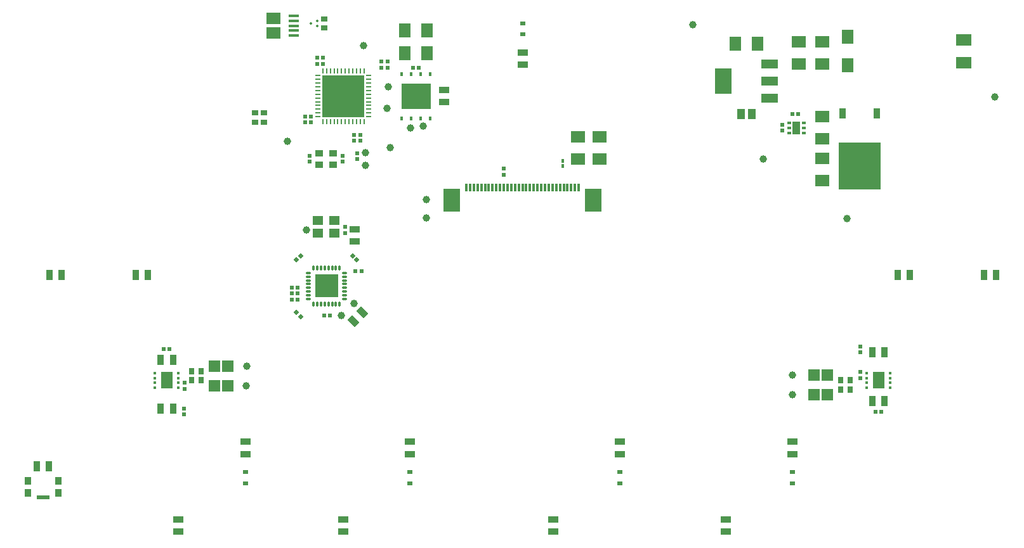
<source format=gtp>
G04*
G04 #@! TF.GenerationSoftware,Altium Limited,Altium Designer,24.5.2 (23)*
G04*
G04 Layer_Color=8421504*
%FSLAX44Y44*%
%MOMM*%
G71*
G04*
G04 #@! TF.SameCoordinates,4DB407A0-4691-4D8C-B920-06E893975E0B*
G04*
G04*
G04 #@! TF.FilePolarity,Positive*
G04*
G01*
G75*
%ADD14R,1.7000X0.5500*%
%ADD15R,0.9000X1.0000*%
%ADD16O,0.8000X0.3000*%
%ADD17O,0.3000X0.8000*%
%ADD18R,3.1500X3.1500*%
%ADD19R,0.8500X1.3500*%
%ADD20R,5.5500X6.3000*%
%ADD21R,0.9000X1.4500*%
%ADD22R,1.0100X1.7000*%
%ADD23R,0.5250X0.3500*%
%ADD24R,1.5500X1.5500*%
%ADD25R,1.5000X2.3000*%
%ADD26R,0.4000X0.3000*%
%ADD27R,5.6000X5.6000*%
%ADD28O,0.7500X0.2500*%
%ADD29O,0.2500X0.7500*%
%ADD30C,1.0000*%
%ADD31R,1.4000X1.2000*%
%ADD32R,0.5200X0.5600*%
%ADD33R,0.5600X0.5200*%
G04:AMPARAMS|DCode=34|XSize=0.52mm|YSize=0.56mm|CornerRadius=0mm|HoleSize=0mm|Usage=FLASHONLY|Rotation=315.000|XOffset=0mm|YOffset=0mm|HoleType=Round|Shape=Rectangle|*
%AMROTATEDRECTD34*
4,1,4,-0.3818,-0.0141,0.0141,0.3818,0.3818,0.0141,-0.0141,-0.3818,-0.3818,-0.0141,0.0*
%
%ADD34ROTATEDRECTD34*%

G04:AMPARAMS|DCode=35|XSize=0.52mm|YSize=0.56mm|CornerRadius=0mm|HoleSize=0mm|Usage=FLASHONLY|Rotation=45.000|XOffset=0mm|YOffset=0mm|HoleType=Round|Shape=Rectangle|*
%AMROTATEDRECTD35*
4,1,4,0.0141,-0.3818,-0.3818,0.0141,-0.0141,0.3818,0.3818,-0.0141,0.0141,-0.3818,0.0*
%
%ADD35ROTATEDRECTD35*%

%ADD36R,1.5055X1.8582*%
%ADD37R,4.0000X3.4000*%
%ADD38R,0.4500X0.5500*%
%ADD39R,0.6500X0.6000*%
%ADD40R,1.8582X1.5055*%
%ADD41R,0.3000X1.1000*%
%ADD42R,2.3000X3.1000*%
G04:AMPARAMS|DCode=43|XSize=0.3mm|YSize=0.3mm|CornerRadius=0.0495mm|HoleSize=0mm|Usage=FLASHONLY|Rotation=90.000|XOffset=0mm|YOffset=0mm|HoleType=Round|Shape=RoundedRectangle|*
%AMROUNDEDRECTD43*
21,1,0.3000,0.2010,0,0,90.0*
21,1,0.2010,0.3000,0,0,90.0*
1,1,0.0990,0.1005,0.1005*
1,1,0.0990,0.1005,-0.1005*
1,1,0.0990,-0.1005,-0.1005*
1,1,0.0990,-0.1005,0.1005*
%
%ADD43ROUNDEDRECTD43*%
%ADD44R,0.8500X0.7500*%
%ADD45R,1.3500X0.4000*%
%ADD46R,1.9000X1.5000*%
%ADD47R,1.3500X0.8500*%
G04:AMPARAMS|DCode=48|XSize=1.35mm|YSize=0.85mm|CornerRadius=0mm|HoleSize=0mm|Usage=FLASHONLY|Rotation=315.000|XOffset=0mm|YOffset=0mm|HoleType=Round|Shape=Rectangle|*
%AMROTATEDRECTD48*
4,1,4,-0.7778,0.1768,-0.1768,0.7778,0.7778,-0.1768,0.1768,-0.7778,-0.7778,0.1768,0.0*
%
%ADD48ROTATEDRECTD48*%

%ADD49R,2.0300X1.5200*%
%ADD50R,1.6500X1.9000*%
%ADD51R,2.2000X3.5000*%
%ADD52R,2.2000X1.2000*%
%ADD53R,1.0500X1.3500*%
%ADD54R,1.0000X0.9000*%
%ADD55R,0.4500X0.5000*%
%ADD56R,0.7500X0.8500*%
D14*
X60250Y243750D02*
D03*
D15*
X80750Y250000D02*
D03*
Y266000D02*
D03*
X39750D02*
D03*
Y250000D02*
D03*
D16*
X414350Y543750D02*
D03*
Y538750D02*
D03*
Y533750D02*
D03*
Y528750D02*
D03*
Y523750D02*
D03*
Y518750D02*
D03*
Y513750D02*
D03*
Y508750D02*
D03*
X462650D02*
D03*
Y513750D02*
D03*
Y518750D02*
D03*
Y523750D02*
D03*
Y528750D02*
D03*
Y533750D02*
D03*
Y538750D02*
D03*
Y543750D02*
D03*
D17*
X421000Y502100D02*
D03*
X426000D02*
D03*
X431000D02*
D03*
X436000D02*
D03*
X441000D02*
D03*
X446000D02*
D03*
X451000D02*
D03*
X456000D02*
D03*
Y550400D02*
D03*
X451000D02*
D03*
X446000D02*
D03*
X441000D02*
D03*
X436000D02*
D03*
X431000D02*
D03*
X426000D02*
D03*
X421000D02*
D03*
D18*
X438500Y526250D02*
D03*
D19*
X51750Y285000D02*
D03*
X68250D02*
D03*
X1166750Y372250D02*
D03*
X1183250D02*
D03*
X233500Y427750D02*
D03*
X217000D02*
D03*
Y362250D02*
D03*
X233500D02*
D03*
X85250Y541000D02*
D03*
X68750D02*
D03*
X183750D02*
D03*
X200250D02*
D03*
X1217250D02*
D03*
X1200750D02*
D03*
X1315750D02*
D03*
X1332250D02*
D03*
X1166750Y437750D02*
D03*
X1183250D02*
D03*
D20*
X1150000Y687000D02*
D03*
D21*
X1127200Y757000D02*
D03*
X1172800D02*
D03*
D22*
X1065400Y737500D02*
D03*
D23*
X1075150Y744000D02*
D03*
Y737500D02*
D03*
Y731000D02*
D03*
X1055650D02*
D03*
Y737500D02*
D03*
Y744000D02*
D03*
D24*
X307000Y419000D02*
D03*
X289000D02*
D03*
X1089000Y381000D02*
D03*
X1107000D02*
D03*
X307000Y393000D02*
D03*
X289000D02*
D03*
X1089000Y407000D02*
D03*
X1107000D02*
D03*
D25*
X225000Y400000D02*
D03*
X1175000D02*
D03*
D26*
X209500Y390250D02*
D03*
Y396750D02*
D03*
Y403250D02*
D03*
Y409750D02*
D03*
X240500D02*
D03*
Y403250D02*
D03*
Y396750D02*
D03*
Y390250D02*
D03*
X1190500Y409750D02*
D03*
Y403250D02*
D03*
Y396750D02*
D03*
Y390250D02*
D03*
X1159500D02*
D03*
Y396750D02*
D03*
Y403250D02*
D03*
Y409750D02*
D03*
D27*
X461000Y780000D02*
D03*
D28*
X427250Y752500D02*
D03*
Y757500D02*
D03*
Y762500D02*
D03*
Y767500D02*
D03*
Y772500D02*
D03*
Y777500D02*
D03*
Y782500D02*
D03*
Y787500D02*
D03*
Y792500D02*
D03*
Y797500D02*
D03*
Y802500D02*
D03*
Y807500D02*
D03*
X494750D02*
D03*
Y802500D02*
D03*
Y797500D02*
D03*
Y792500D02*
D03*
Y787500D02*
D03*
Y782500D02*
D03*
Y777500D02*
D03*
Y772500D02*
D03*
Y767500D02*
D03*
Y762500D02*
D03*
Y757500D02*
D03*
Y752500D02*
D03*
D29*
X433500Y813750D02*
D03*
X438500D02*
D03*
X443500D02*
D03*
X448500D02*
D03*
X453500D02*
D03*
X458500D02*
D03*
X463500D02*
D03*
X468500D02*
D03*
X473500D02*
D03*
X478500D02*
D03*
X483500D02*
D03*
X488500D02*
D03*
Y746250D02*
D03*
X483500D02*
D03*
X478500D02*
D03*
X473500D02*
D03*
X468500D02*
D03*
X463500D02*
D03*
X458500D02*
D03*
X453500D02*
D03*
X448500D02*
D03*
X443500D02*
D03*
X438500D02*
D03*
X433500D02*
D03*
D30*
X523250Y711500D02*
D03*
X488250Y847500D02*
D03*
X521000Y792000D02*
D03*
X519000Y764000D02*
D03*
X550325Y737325D02*
D03*
X567175Y739875D02*
D03*
X386000Y720000D02*
D03*
X490000Y687750D02*
D03*
Y704000D02*
D03*
X1133000Y616000D02*
D03*
X1330000Y779000D02*
D03*
X927000Y875000D02*
D03*
X1021000Y696000D02*
D03*
X572000Y617000D02*
D03*
Y642000D02*
D03*
X331000Y393000D02*
D03*
X411250Y601250D02*
D03*
X332000Y419000D02*
D03*
X475000Y503000D02*
D03*
X1060000Y407000D02*
D03*
X458000Y487000D02*
D03*
X1060000Y381000D02*
D03*
D31*
X449000Y613750D02*
D03*
X427000D02*
D03*
X449000Y596750D02*
D03*
X427000D02*
D03*
D32*
X511750Y825900D02*
D03*
Y818100D02*
D03*
X520250Y825900D02*
D03*
Y818100D02*
D03*
X410000Y745100D02*
D03*
Y752900D02*
D03*
X418000Y745100D02*
D03*
Y752900D02*
D03*
X483250Y720100D02*
D03*
Y727900D02*
D03*
X475250Y720100D02*
D03*
Y727900D02*
D03*
X479000Y703900D02*
D03*
Y696100D02*
D03*
X460000Y699900D02*
D03*
Y692100D02*
D03*
X416000Y692100D02*
D03*
Y699900D02*
D03*
X463000Y604900D02*
D03*
Y597100D02*
D03*
X248500Y354350D02*
D03*
Y362150D02*
D03*
X248750Y396650D02*
D03*
Y388850D02*
D03*
X675000Y682900D02*
D03*
Y675100D02*
D03*
X1047000Y741400D02*
D03*
Y733600D02*
D03*
X1151000Y437850D02*
D03*
Y445650D02*
D03*
Y403350D02*
D03*
Y411150D02*
D03*
D33*
X561900Y818000D02*
D03*
X554100D02*
D03*
X477100Y546000D02*
D03*
X484900D02*
D03*
X399900Y516000D02*
D03*
X392100D02*
D03*
X399900Y524000D02*
D03*
X392100D02*
D03*
X399900Y508000D02*
D03*
X392100D02*
D03*
X435100Y487000D02*
D03*
X442900D02*
D03*
X221350Y441750D02*
D03*
X229150D02*
D03*
X1067900Y756000D02*
D03*
X1060100D02*
D03*
X1171100Y358000D02*
D03*
X1178900D02*
D03*
X426100Y823000D02*
D03*
X433900D02*
D03*
X426100Y831000D02*
D03*
X433900D02*
D03*
D34*
X403758Y566758D02*
D03*
X398242Y561242D02*
D03*
D35*
X478758D02*
D03*
X473242Y566758D02*
D03*
X398242Y490758D02*
D03*
X403758Y485242D02*
D03*
D36*
X984236Y850000D02*
D03*
X1013764D02*
D03*
X543236Y837000D02*
D03*
X572764D02*
D03*
X543236Y867500D02*
D03*
X572764D02*
D03*
D37*
X558000Y780000D02*
D03*
D38*
X538950Y809750D02*
D03*
X551650D02*
D03*
X564350D02*
D03*
X577050D02*
D03*
Y750250D02*
D03*
X564350D02*
D03*
X551650D02*
D03*
X538950D02*
D03*
D39*
X330000Y262750D02*
D03*
Y277250D02*
D03*
X550000Y262750D02*
D03*
Y277250D02*
D03*
X700000Y862750D02*
D03*
Y877250D02*
D03*
X1060000Y277250D02*
D03*
Y262750D02*
D03*
X830000Y277250D02*
D03*
Y262750D02*
D03*
D40*
X774000Y725764D02*
D03*
Y696236D02*
D03*
X1100000Y667236D02*
D03*
Y696764D02*
D03*
Y752764D02*
D03*
Y723236D02*
D03*
X1099916Y823236D02*
D03*
Y852764D02*
D03*
X1068281Y823033D02*
D03*
Y852561D02*
D03*
X803000Y696236D02*
D03*
Y725764D02*
D03*
D41*
X700000Y658000D02*
D03*
X705000D02*
D03*
X695000D02*
D03*
X690000D02*
D03*
X685000D02*
D03*
X680000D02*
D03*
X675000D02*
D03*
X670000D02*
D03*
X665000D02*
D03*
X660000D02*
D03*
X655000D02*
D03*
X650000D02*
D03*
X645000D02*
D03*
X640000D02*
D03*
X635000D02*
D03*
X630000D02*
D03*
X625000D02*
D03*
X710000D02*
D03*
X715000D02*
D03*
X720000D02*
D03*
X725000D02*
D03*
X730000D02*
D03*
X735000D02*
D03*
X740000D02*
D03*
X745000D02*
D03*
X750000D02*
D03*
X755000D02*
D03*
X760000D02*
D03*
X765000D02*
D03*
X770000D02*
D03*
X775000D02*
D03*
D42*
X605800Y641000D02*
D03*
X794200D02*
D03*
D43*
X426250Y873500D02*
D03*
X417750Y877000D02*
D03*
X426250Y880500D02*
D03*
D44*
X435000Y883250D02*
D03*
Y870750D02*
D03*
X343000Y745000D02*
D03*
Y757500D02*
D03*
X355000Y745000D02*
D03*
Y757500D02*
D03*
D45*
X394500Y887000D02*
D03*
Y880500D02*
D03*
Y874000D02*
D03*
Y867500D02*
D03*
Y861000D02*
D03*
D46*
X367500Y884000D02*
D03*
Y864000D02*
D03*
D47*
X476000Y602250D02*
D03*
Y585750D02*
D03*
X550000Y318250D02*
D03*
Y301750D02*
D03*
X595000Y788250D02*
D03*
Y771750D02*
D03*
X971000Y214250D02*
D03*
Y197750D02*
D03*
X461000Y214250D02*
D03*
Y197750D02*
D03*
X241000Y214250D02*
D03*
Y197750D02*
D03*
X741000Y214250D02*
D03*
Y197750D02*
D03*
X700000Y838250D02*
D03*
Y821750D02*
D03*
X1060000Y301750D02*
D03*
Y318250D02*
D03*
X330000Y301750D02*
D03*
Y318250D02*
D03*
X830000Y301750D02*
D03*
Y318250D02*
D03*
D48*
X485834Y490834D02*
D03*
X474166Y479166D02*
D03*
D49*
X1289000Y855200D02*
D03*
Y824800D02*
D03*
D50*
X1134000Y859000D02*
D03*
Y821000D02*
D03*
D51*
X968000Y800000D02*
D03*
D52*
X1030000Y823000D02*
D03*
Y800000D02*
D03*
Y777000D02*
D03*
D53*
X1006250Y756000D02*
D03*
X991750D02*
D03*
D54*
X428750Y703500D02*
D03*
X447250D02*
D03*
Y688500D02*
D03*
X428750D02*
D03*
D55*
X754000Y686250D02*
D03*
Y693750D02*
D03*
D56*
X1137250Y400000D02*
D03*
X1124750D02*
D03*
X258750D02*
D03*
X271250D02*
D03*
X1137250Y388000D02*
D03*
X1124750D02*
D03*
X258750Y412000D02*
D03*
X271250D02*
D03*
M02*

</source>
